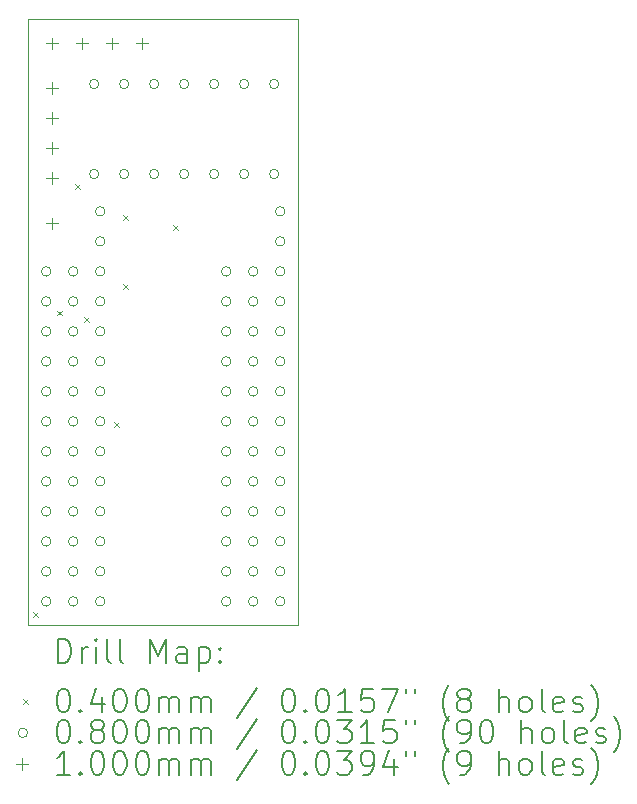
<source format=gbr>
%FSLAX45Y45*%
G04 Gerber Fmt 4.5, Leading zero omitted, Abs format (unit mm)*
G04 Created by KiCad (PCBNEW (6.0.5)) date 2023-10-24 21:01:00*
%MOMM*%
%LPD*%
G01*
G04 APERTURE LIST*
%TA.AperFunction,Profile*%
%ADD10C,0.100000*%
%TD*%
%ADD11C,0.200000*%
%ADD12C,0.040000*%
%ADD13C,0.080000*%
%ADD14C,0.100000*%
G04 APERTURE END LIST*
D10*
X10490200Y-6299200D02*
X12776200Y-6299200D01*
X12776200Y-6299200D02*
X12776200Y-11430000D01*
X12776200Y-11430000D02*
X10490200Y-11430000D01*
X10490200Y-11430000D02*
X10490200Y-6299200D01*
D11*
D12*
X10533340Y-11317770D02*
X10573340Y-11357770D01*
X10573340Y-11317770D02*
X10533340Y-11357770D01*
X10736900Y-8765520D02*
X10776900Y-8805520D01*
X10776900Y-8765520D02*
X10736900Y-8805520D01*
X10887260Y-7694700D02*
X10927260Y-7734700D01*
X10927260Y-7694700D02*
X10887260Y-7734700D01*
X10965750Y-8822060D02*
X11005750Y-8862060D01*
X11005750Y-8822060D02*
X10965750Y-8862060D01*
X11220740Y-9705860D02*
X11260740Y-9745860D01*
X11260740Y-9705860D02*
X11220740Y-9745860D01*
X11293820Y-7957950D02*
X11333820Y-7997950D01*
X11333820Y-7957950D02*
X11293820Y-7997950D01*
X11293820Y-8542500D02*
X11333820Y-8582500D01*
X11333820Y-8542500D02*
X11293820Y-8582500D01*
X11716520Y-8039350D02*
X11756520Y-8079350D01*
X11756520Y-8039350D02*
X11716520Y-8079350D01*
D13*
X10682600Y-8432800D02*
G75*
G03*
X10682600Y-8432800I-40000J0D01*
G01*
X10682600Y-8686800D02*
G75*
G03*
X10682600Y-8686800I-40000J0D01*
G01*
X10682600Y-8940800D02*
G75*
G03*
X10682600Y-8940800I-40000J0D01*
G01*
X10682600Y-9194800D02*
G75*
G03*
X10682600Y-9194800I-40000J0D01*
G01*
X10682600Y-9448800D02*
G75*
G03*
X10682600Y-9448800I-40000J0D01*
G01*
X10682600Y-9702800D02*
G75*
G03*
X10682600Y-9702800I-40000J0D01*
G01*
X10682600Y-9956800D02*
G75*
G03*
X10682600Y-9956800I-40000J0D01*
G01*
X10682600Y-10210800D02*
G75*
G03*
X10682600Y-10210800I-40000J0D01*
G01*
X10682600Y-10464800D02*
G75*
G03*
X10682600Y-10464800I-40000J0D01*
G01*
X10682600Y-10718800D02*
G75*
G03*
X10682600Y-10718800I-40000J0D01*
G01*
X10682600Y-10972800D02*
G75*
G03*
X10682600Y-10972800I-40000J0D01*
G01*
X10682600Y-11226800D02*
G75*
G03*
X10682600Y-11226800I-40000J0D01*
G01*
X10911200Y-8432800D02*
G75*
G03*
X10911200Y-8432800I-40000J0D01*
G01*
X10911200Y-8686800D02*
G75*
G03*
X10911200Y-8686800I-40000J0D01*
G01*
X10911200Y-8940800D02*
G75*
G03*
X10911200Y-8940800I-40000J0D01*
G01*
X10911200Y-9194800D02*
G75*
G03*
X10911200Y-9194800I-40000J0D01*
G01*
X10911200Y-9448800D02*
G75*
G03*
X10911200Y-9448800I-40000J0D01*
G01*
X10911200Y-9702800D02*
G75*
G03*
X10911200Y-9702800I-40000J0D01*
G01*
X10911200Y-9956800D02*
G75*
G03*
X10911200Y-9956800I-40000J0D01*
G01*
X10911200Y-10210800D02*
G75*
G03*
X10911200Y-10210800I-40000J0D01*
G01*
X10911200Y-10464800D02*
G75*
G03*
X10911200Y-10464800I-40000J0D01*
G01*
X10911200Y-10718800D02*
G75*
G03*
X10911200Y-10718800I-40000J0D01*
G01*
X10911200Y-10972800D02*
G75*
G03*
X10911200Y-10972800I-40000J0D01*
G01*
X10911200Y-11226800D02*
G75*
G03*
X10911200Y-11226800I-40000J0D01*
G01*
X11089000Y-6845300D02*
G75*
G03*
X11089000Y-6845300I-40000J0D01*
G01*
X11089000Y-7607300D02*
G75*
G03*
X11089000Y-7607300I-40000J0D01*
G01*
X11140300Y-7923800D02*
G75*
G03*
X11140300Y-7923800I-40000J0D01*
G01*
X11140300Y-8177800D02*
G75*
G03*
X11140300Y-8177800I-40000J0D01*
G01*
X11140300Y-8431800D02*
G75*
G03*
X11140300Y-8431800I-40000J0D01*
G01*
X11140300Y-8685800D02*
G75*
G03*
X11140300Y-8685800I-40000J0D01*
G01*
X11140300Y-8939800D02*
G75*
G03*
X11140300Y-8939800I-40000J0D01*
G01*
X11140300Y-9193800D02*
G75*
G03*
X11140300Y-9193800I-40000J0D01*
G01*
X11140300Y-9447800D02*
G75*
G03*
X11140300Y-9447800I-40000J0D01*
G01*
X11140300Y-9701800D02*
G75*
G03*
X11140300Y-9701800I-40000J0D01*
G01*
X11140300Y-9955800D02*
G75*
G03*
X11140300Y-9955800I-40000J0D01*
G01*
X11140300Y-10209800D02*
G75*
G03*
X11140300Y-10209800I-40000J0D01*
G01*
X11140300Y-10463800D02*
G75*
G03*
X11140300Y-10463800I-40000J0D01*
G01*
X11140300Y-10717800D02*
G75*
G03*
X11140300Y-10717800I-40000J0D01*
G01*
X11140300Y-10971800D02*
G75*
G03*
X11140300Y-10971800I-40000J0D01*
G01*
X11140300Y-11225800D02*
G75*
G03*
X11140300Y-11225800I-40000J0D01*
G01*
X11343000Y-6845300D02*
G75*
G03*
X11343000Y-6845300I-40000J0D01*
G01*
X11343000Y-7607300D02*
G75*
G03*
X11343000Y-7607300I-40000J0D01*
G01*
X11597000Y-6845300D02*
G75*
G03*
X11597000Y-6845300I-40000J0D01*
G01*
X11597000Y-7607300D02*
G75*
G03*
X11597000Y-7607300I-40000J0D01*
G01*
X11851000Y-6845300D02*
G75*
G03*
X11851000Y-6845300I-40000J0D01*
G01*
X11851000Y-7607300D02*
G75*
G03*
X11851000Y-7607300I-40000J0D01*
G01*
X12105000Y-6845300D02*
G75*
G03*
X12105000Y-6845300I-40000J0D01*
G01*
X12105000Y-7607300D02*
G75*
G03*
X12105000Y-7607300I-40000J0D01*
G01*
X12206600Y-8432800D02*
G75*
G03*
X12206600Y-8432800I-40000J0D01*
G01*
X12206600Y-8686800D02*
G75*
G03*
X12206600Y-8686800I-40000J0D01*
G01*
X12206600Y-8940800D02*
G75*
G03*
X12206600Y-8940800I-40000J0D01*
G01*
X12206600Y-9194800D02*
G75*
G03*
X12206600Y-9194800I-40000J0D01*
G01*
X12206600Y-9448800D02*
G75*
G03*
X12206600Y-9448800I-40000J0D01*
G01*
X12206600Y-9702800D02*
G75*
G03*
X12206600Y-9702800I-40000J0D01*
G01*
X12206600Y-9956800D02*
G75*
G03*
X12206600Y-9956800I-40000J0D01*
G01*
X12206600Y-10210800D02*
G75*
G03*
X12206600Y-10210800I-40000J0D01*
G01*
X12206600Y-10464800D02*
G75*
G03*
X12206600Y-10464800I-40000J0D01*
G01*
X12206600Y-10718800D02*
G75*
G03*
X12206600Y-10718800I-40000J0D01*
G01*
X12206600Y-10972800D02*
G75*
G03*
X12206600Y-10972800I-40000J0D01*
G01*
X12206600Y-11226800D02*
G75*
G03*
X12206600Y-11226800I-40000J0D01*
G01*
X12359000Y-6845300D02*
G75*
G03*
X12359000Y-6845300I-40000J0D01*
G01*
X12359000Y-7607300D02*
G75*
G03*
X12359000Y-7607300I-40000J0D01*
G01*
X12435200Y-8432800D02*
G75*
G03*
X12435200Y-8432800I-40000J0D01*
G01*
X12435200Y-8686800D02*
G75*
G03*
X12435200Y-8686800I-40000J0D01*
G01*
X12435200Y-8940800D02*
G75*
G03*
X12435200Y-8940800I-40000J0D01*
G01*
X12435200Y-9194800D02*
G75*
G03*
X12435200Y-9194800I-40000J0D01*
G01*
X12435200Y-9448800D02*
G75*
G03*
X12435200Y-9448800I-40000J0D01*
G01*
X12435200Y-9702800D02*
G75*
G03*
X12435200Y-9702800I-40000J0D01*
G01*
X12435200Y-9956800D02*
G75*
G03*
X12435200Y-9956800I-40000J0D01*
G01*
X12435200Y-10210800D02*
G75*
G03*
X12435200Y-10210800I-40000J0D01*
G01*
X12435200Y-10464800D02*
G75*
G03*
X12435200Y-10464800I-40000J0D01*
G01*
X12435200Y-10718800D02*
G75*
G03*
X12435200Y-10718800I-40000J0D01*
G01*
X12435200Y-10972800D02*
G75*
G03*
X12435200Y-10972800I-40000J0D01*
G01*
X12435200Y-11226800D02*
G75*
G03*
X12435200Y-11226800I-40000J0D01*
G01*
X12613000Y-6845300D02*
G75*
G03*
X12613000Y-6845300I-40000J0D01*
G01*
X12613000Y-7607300D02*
G75*
G03*
X12613000Y-7607300I-40000J0D01*
G01*
X12664300Y-7923800D02*
G75*
G03*
X12664300Y-7923800I-40000J0D01*
G01*
X12664300Y-8177800D02*
G75*
G03*
X12664300Y-8177800I-40000J0D01*
G01*
X12664300Y-8431800D02*
G75*
G03*
X12664300Y-8431800I-40000J0D01*
G01*
X12664300Y-8685800D02*
G75*
G03*
X12664300Y-8685800I-40000J0D01*
G01*
X12664300Y-8939800D02*
G75*
G03*
X12664300Y-8939800I-40000J0D01*
G01*
X12664300Y-9193800D02*
G75*
G03*
X12664300Y-9193800I-40000J0D01*
G01*
X12664300Y-9447800D02*
G75*
G03*
X12664300Y-9447800I-40000J0D01*
G01*
X12664300Y-9701800D02*
G75*
G03*
X12664300Y-9701800I-40000J0D01*
G01*
X12664300Y-9955800D02*
G75*
G03*
X12664300Y-9955800I-40000J0D01*
G01*
X12664300Y-10209800D02*
G75*
G03*
X12664300Y-10209800I-40000J0D01*
G01*
X12664300Y-10463800D02*
G75*
G03*
X12664300Y-10463800I-40000J0D01*
G01*
X12664300Y-10717800D02*
G75*
G03*
X12664300Y-10717800I-40000J0D01*
G01*
X12664300Y-10971800D02*
G75*
G03*
X12664300Y-10971800I-40000J0D01*
G01*
X12664300Y-11225800D02*
G75*
G03*
X12664300Y-11225800I-40000J0D01*
G01*
D14*
X10693400Y-6832400D02*
X10693400Y-6932400D01*
X10643400Y-6882400D02*
X10743400Y-6882400D01*
X10693400Y-7086400D02*
X10693400Y-7186400D01*
X10643400Y-7136400D02*
X10743400Y-7136400D01*
X10693400Y-7340400D02*
X10693400Y-7440400D01*
X10643400Y-7390400D02*
X10743400Y-7390400D01*
X10693400Y-7594400D02*
X10693400Y-7694400D01*
X10643400Y-7644400D02*
X10743400Y-7644400D01*
X10693400Y-7976400D02*
X10693400Y-8076400D01*
X10643400Y-8026400D02*
X10743400Y-8026400D01*
X10694400Y-6452400D02*
X10694400Y-6552400D01*
X10644400Y-6502400D02*
X10744400Y-6502400D01*
X10948400Y-6452400D02*
X10948400Y-6552400D01*
X10898400Y-6502400D02*
X10998400Y-6502400D01*
X11202400Y-6452400D02*
X11202400Y-6552400D01*
X11152400Y-6502400D02*
X11252400Y-6502400D01*
X11456400Y-6452400D02*
X11456400Y-6552400D01*
X11406400Y-6502400D02*
X11506400Y-6502400D01*
D11*
X10742819Y-11745476D02*
X10742819Y-11545476D01*
X10790438Y-11545476D01*
X10819010Y-11555000D01*
X10838057Y-11574048D01*
X10847581Y-11593095D01*
X10857105Y-11631190D01*
X10857105Y-11659762D01*
X10847581Y-11697857D01*
X10838057Y-11716905D01*
X10819010Y-11735952D01*
X10790438Y-11745476D01*
X10742819Y-11745476D01*
X10942819Y-11745476D02*
X10942819Y-11612143D01*
X10942819Y-11650238D02*
X10952343Y-11631190D01*
X10961867Y-11621667D01*
X10980914Y-11612143D01*
X10999962Y-11612143D01*
X11066629Y-11745476D02*
X11066629Y-11612143D01*
X11066629Y-11545476D02*
X11057105Y-11555000D01*
X11066629Y-11564524D01*
X11076152Y-11555000D01*
X11066629Y-11545476D01*
X11066629Y-11564524D01*
X11190438Y-11745476D02*
X11171390Y-11735952D01*
X11161867Y-11716905D01*
X11161867Y-11545476D01*
X11295200Y-11745476D02*
X11276152Y-11735952D01*
X11266628Y-11716905D01*
X11266628Y-11545476D01*
X11523771Y-11745476D02*
X11523771Y-11545476D01*
X11590438Y-11688333D01*
X11657105Y-11545476D01*
X11657105Y-11745476D01*
X11838057Y-11745476D02*
X11838057Y-11640714D01*
X11828533Y-11621667D01*
X11809486Y-11612143D01*
X11771390Y-11612143D01*
X11752343Y-11621667D01*
X11838057Y-11735952D02*
X11819009Y-11745476D01*
X11771390Y-11745476D01*
X11752343Y-11735952D01*
X11742819Y-11716905D01*
X11742819Y-11697857D01*
X11752343Y-11678809D01*
X11771390Y-11669286D01*
X11819009Y-11669286D01*
X11838057Y-11659762D01*
X11933295Y-11612143D02*
X11933295Y-11812143D01*
X11933295Y-11621667D02*
X11952343Y-11612143D01*
X11990438Y-11612143D01*
X12009486Y-11621667D01*
X12019009Y-11631190D01*
X12028533Y-11650238D01*
X12028533Y-11707381D01*
X12019009Y-11726428D01*
X12009486Y-11735952D01*
X11990438Y-11745476D01*
X11952343Y-11745476D01*
X11933295Y-11735952D01*
X12114248Y-11726428D02*
X12123771Y-11735952D01*
X12114248Y-11745476D01*
X12104724Y-11735952D01*
X12114248Y-11726428D01*
X12114248Y-11745476D01*
X12114248Y-11621667D02*
X12123771Y-11631190D01*
X12114248Y-11640714D01*
X12104724Y-11631190D01*
X12114248Y-11621667D01*
X12114248Y-11640714D01*
D12*
X10445200Y-12055000D02*
X10485200Y-12095000D01*
X10485200Y-12055000D02*
X10445200Y-12095000D01*
D11*
X10780914Y-11965476D02*
X10799962Y-11965476D01*
X10819010Y-11975000D01*
X10828533Y-11984524D01*
X10838057Y-12003571D01*
X10847581Y-12041667D01*
X10847581Y-12089286D01*
X10838057Y-12127381D01*
X10828533Y-12146428D01*
X10819010Y-12155952D01*
X10799962Y-12165476D01*
X10780914Y-12165476D01*
X10761867Y-12155952D01*
X10752343Y-12146428D01*
X10742819Y-12127381D01*
X10733295Y-12089286D01*
X10733295Y-12041667D01*
X10742819Y-12003571D01*
X10752343Y-11984524D01*
X10761867Y-11975000D01*
X10780914Y-11965476D01*
X10933295Y-12146428D02*
X10942819Y-12155952D01*
X10933295Y-12165476D01*
X10923771Y-12155952D01*
X10933295Y-12146428D01*
X10933295Y-12165476D01*
X11114248Y-12032143D02*
X11114248Y-12165476D01*
X11066629Y-11955952D02*
X11019010Y-12098809D01*
X11142819Y-12098809D01*
X11257105Y-11965476D02*
X11276152Y-11965476D01*
X11295200Y-11975000D01*
X11304724Y-11984524D01*
X11314248Y-12003571D01*
X11323771Y-12041667D01*
X11323771Y-12089286D01*
X11314248Y-12127381D01*
X11304724Y-12146428D01*
X11295200Y-12155952D01*
X11276152Y-12165476D01*
X11257105Y-12165476D01*
X11238057Y-12155952D01*
X11228533Y-12146428D01*
X11219009Y-12127381D01*
X11209486Y-12089286D01*
X11209486Y-12041667D01*
X11219009Y-12003571D01*
X11228533Y-11984524D01*
X11238057Y-11975000D01*
X11257105Y-11965476D01*
X11447581Y-11965476D02*
X11466628Y-11965476D01*
X11485676Y-11975000D01*
X11495200Y-11984524D01*
X11504724Y-12003571D01*
X11514248Y-12041667D01*
X11514248Y-12089286D01*
X11504724Y-12127381D01*
X11495200Y-12146428D01*
X11485676Y-12155952D01*
X11466628Y-12165476D01*
X11447581Y-12165476D01*
X11428533Y-12155952D01*
X11419009Y-12146428D01*
X11409486Y-12127381D01*
X11399962Y-12089286D01*
X11399962Y-12041667D01*
X11409486Y-12003571D01*
X11419009Y-11984524D01*
X11428533Y-11975000D01*
X11447581Y-11965476D01*
X11599962Y-12165476D02*
X11599962Y-12032143D01*
X11599962Y-12051190D02*
X11609486Y-12041667D01*
X11628533Y-12032143D01*
X11657105Y-12032143D01*
X11676152Y-12041667D01*
X11685676Y-12060714D01*
X11685676Y-12165476D01*
X11685676Y-12060714D02*
X11695200Y-12041667D01*
X11714248Y-12032143D01*
X11742819Y-12032143D01*
X11761867Y-12041667D01*
X11771390Y-12060714D01*
X11771390Y-12165476D01*
X11866628Y-12165476D02*
X11866628Y-12032143D01*
X11866628Y-12051190D02*
X11876152Y-12041667D01*
X11895200Y-12032143D01*
X11923771Y-12032143D01*
X11942819Y-12041667D01*
X11952343Y-12060714D01*
X11952343Y-12165476D01*
X11952343Y-12060714D02*
X11961867Y-12041667D01*
X11980914Y-12032143D01*
X12009486Y-12032143D01*
X12028533Y-12041667D01*
X12038057Y-12060714D01*
X12038057Y-12165476D01*
X12428533Y-11955952D02*
X12257105Y-12213095D01*
X12685676Y-11965476D02*
X12704724Y-11965476D01*
X12723771Y-11975000D01*
X12733295Y-11984524D01*
X12742819Y-12003571D01*
X12752343Y-12041667D01*
X12752343Y-12089286D01*
X12742819Y-12127381D01*
X12733295Y-12146428D01*
X12723771Y-12155952D01*
X12704724Y-12165476D01*
X12685676Y-12165476D01*
X12666628Y-12155952D01*
X12657105Y-12146428D01*
X12647581Y-12127381D01*
X12638057Y-12089286D01*
X12638057Y-12041667D01*
X12647581Y-12003571D01*
X12657105Y-11984524D01*
X12666628Y-11975000D01*
X12685676Y-11965476D01*
X12838057Y-12146428D02*
X12847581Y-12155952D01*
X12838057Y-12165476D01*
X12828533Y-12155952D01*
X12838057Y-12146428D01*
X12838057Y-12165476D01*
X12971390Y-11965476D02*
X12990438Y-11965476D01*
X13009486Y-11975000D01*
X13019009Y-11984524D01*
X13028533Y-12003571D01*
X13038057Y-12041667D01*
X13038057Y-12089286D01*
X13028533Y-12127381D01*
X13019009Y-12146428D01*
X13009486Y-12155952D01*
X12990438Y-12165476D01*
X12971390Y-12165476D01*
X12952343Y-12155952D01*
X12942819Y-12146428D01*
X12933295Y-12127381D01*
X12923771Y-12089286D01*
X12923771Y-12041667D01*
X12933295Y-12003571D01*
X12942819Y-11984524D01*
X12952343Y-11975000D01*
X12971390Y-11965476D01*
X13228533Y-12165476D02*
X13114248Y-12165476D01*
X13171390Y-12165476D02*
X13171390Y-11965476D01*
X13152343Y-11994048D01*
X13133295Y-12013095D01*
X13114248Y-12022619D01*
X13409486Y-11965476D02*
X13314248Y-11965476D01*
X13304724Y-12060714D01*
X13314248Y-12051190D01*
X13333295Y-12041667D01*
X13380914Y-12041667D01*
X13399962Y-12051190D01*
X13409486Y-12060714D01*
X13419009Y-12079762D01*
X13419009Y-12127381D01*
X13409486Y-12146428D01*
X13399962Y-12155952D01*
X13380914Y-12165476D01*
X13333295Y-12165476D01*
X13314248Y-12155952D01*
X13304724Y-12146428D01*
X13485676Y-11965476D02*
X13619009Y-11965476D01*
X13533295Y-12165476D01*
X13685676Y-11965476D02*
X13685676Y-12003571D01*
X13761867Y-11965476D02*
X13761867Y-12003571D01*
X14057105Y-12241667D02*
X14047581Y-12232143D01*
X14028533Y-12203571D01*
X14019009Y-12184524D01*
X14009486Y-12155952D01*
X13999962Y-12108333D01*
X13999962Y-12070238D01*
X14009486Y-12022619D01*
X14019009Y-11994048D01*
X14028533Y-11975000D01*
X14047581Y-11946428D01*
X14057105Y-11936905D01*
X14161867Y-12051190D02*
X14142819Y-12041667D01*
X14133295Y-12032143D01*
X14123771Y-12013095D01*
X14123771Y-12003571D01*
X14133295Y-11984524D01*
X14142819Y-11975000D01*
X14161867Y-11965476D01*
X14199962Y-11965476D01*
X14219009Y-11975000D01*
X14228533Y-11984524D01*
X14238057Y-12003571D01*
X14238057Y-12013095D01*
X14228533Y-12032143D01*
X14219009Y-12041667D01*
X14199962Y-12051190D01*
X14161867Y-12051190D01*
X14142819Y-12060714D01*
X14133295Y-12070238D01*
X14123771Y-12089286D01*
X14123771Y-12127381D01*
X14133295Y-12146428D01*
X14142819Y-12155952D01*
X14161867Y-12165476D01*
X14199962Y-12165476D01*
X14219009Y-12155952D01*
X14228533Y-12146428D01*
X14238057Y-12127381D01*
X14238057Y-12089286D01*
X14228533Y-12070238D01*
X14219009Y-12060714D01*
X14199962Y-12051190D01*
X14476152Y-12165476D02*
X14476152Y-11965476D01*
X14561867Y-12165476D02*
X14561867Y-12060714D01*
X14552343Y-12041667D01*
X14533295Y-12032143D01*
X14504724Y-12032143D01*
X14485676Y-12041667D01*
X14476152Y-12051190D01*
X14685676Y-12165476D02*
X14666628Y-12155952D01*
X14657105Y-12146428D01*
X14647581Y-12127381D01*
X14647581Y-12070238D01*
X14657105Y-12051190D01*
X14666628Y-12041667D01*
X14685676Y-12032143D01*
X14714248Y-12032143D01*
X14733295Y-12041667D01*
X14742819Y-12051190D01*
X14752343Y-12070238D01*
X14752343Y-12127381D01*
X14742819Y-12146428D01*
X14733295Y-12155952D01*
X14714248Y-12165476D01*
X14685676Y-12165476D01*
X14866628Y-12165476D02*
X14847581Y-12155952D01*
X14838057Y-12136905D01*
X14838057Y-11965476D01*
X15019009Y-12155952D02*
X14999962Y-12165476D01*
X14961867Y-12165476D01*
X14942819Y-12155952D01*
X14933295Y-12136905D01*
X14933295Y-12060714D01*
X14942819Y-12041667D01*
X14961867Y-12032143D01*
X14999962Y-12032143D01*
X15019009Y-12041667D01*
X15028533Y-12060714D01*
X15028533Y-12079762D01*
X14933295Y-12098809D01*
X15104724Y-12155952D02*
X15123771Y-12165476D01*
X15161867Y-12165476D01*
X15180914Y-12155952D01*
X15190438Y-12136905D01*
X15190438Y-12127381D01*
X15180914Y-12108333D01*
X15161867Y-12098809D01*
X15133295Y-12098809D01*
X15114248Y-12089286D01*
X15104724Y-12070238D01*
X15104724Y-12060714D01*
X15114248Y-12041667D01*
X15133295Y-12032143D01*
X15161867Y-12032143D01*
X15180914Y-12041667D01*
X15257105Y-12241667D02*
X15266628Y-12232143D01*
X15285676Y-12203571D01*
X15295200Y-12184524D01*
X15304724Y-12155952D01*
X15314248Y-12108333D01*
X15314248Y-12070238D01*
X15304724Y-12022619D01*
X15295200Y-11994048D01*
X15285676Y-11975000D01*
X15266628Y-11946428D01*
X15257105Y-11936905D01*
D13*
X10485200Y-12339000D02*
G75*
G03*
X10485200Y-12339000I-40000J0D01*
G01*
D11*
X10780914Y-12229476D02*
X10799962Y-12229476D01*
X10819010Y-12239000D01*
X10828533Y-12248524D01*
X10838057Y-12267571D01*
X10847581Y-12305667D01*
X10847581Y-12353286D01*
X10838057Y-12391381D01*
X10828533Y-12410428D01*
X10819010Y-12419952D01*
X10799962Y-12429476D01*
X10780914Y-12429476D01*
X10761867Y-12419952D01*
X10752343Y-12410428D01*
X10742819Y-12391381D01*
X10733295Y-12353286D01*
X10733295Y-12305667D01*
X10742819Y-12267571D01*
X10752343Y-12248524D01*
X10761867Y-12239000D01*
X10780914Y-12229476D01*
X10933295Y-12410428D02*
X10942819Y-12419952D01*
X10933295Y-12429476D01*
X10923771Y-12419952D01*
X10933295Y-12410428D01*
X10933295Y-12429476D01*
X11057105Y-12315190D02*
X11038057Y-12305667D01*
X11028533Y-12296143D01*
X11019010Y-12277095D01*
X11019010Y-12267571D01*
X11028533Y-12248524D01*
X11038057Y-12239000D01*
X11057105Y-12229476D01*
X11095200Y-12229476D01*
X11114248Y-12239000D01*
X11123771Y-12248524D01*
X11133295Y-12267571D01*
X11133295Y-12277095D01*
X11123771Y-12296143D01*
X11114248Y-12305667D01*
X11095200Y-12315190D01*
X11057105Y-12315190D01*
X11038057Y-12324714D01*
X11028533Y-12334238D01*
X11019010Y-12353286D01*
X11019010Y-12391381D01*
X11028533Y-12410428D01*
X11038057Y-12419952D01*
X11057105Y-12429476D01*
X11095200Y-12429476D01*
X11114248Y-12419952D01*
X11123771Y-12410428D01*
X11133295Y-12391381D01*
X11133295Y-12353286D01*
X11123771Y-12334238D01*
X11114248Y-12324714D01*
X11095200Y-12315190D01*
X11257105Y-12229476D02*
X11276152Y-12229476D01*
X11295200Y-12239000D01*
X11304724Y-12248524D01*
X11314248Y-12267571D01*
X11323771Y-12305667D01*
X11323771Y-12353286D01*
X11314248Y-12391381D01*
X11304724Y-12410428D01*
X11295200Y-12419952D01*
X11276152Y-12429476D01*
X11257105Y-12429476D01*
X11238057Y-12419952D01*
X11228533Y-12410428D01*
X11219009Y-12391381D01*
X11209486Y-12353286D01*
X11209486Y-12305667D01*
X11219009Y-12267571D01*
X11228533Y-12248524D01*
X11238057Y-12239000D01*
X11257105Y-12229476D01*
X11447581Y-12229476D02*
X11466628Y-12229476D01*
X11485676Y-12239000D01*
X11495200Y-12248524D01*
X11504724Y-12267571D01*
X11514248Y-12305667D01*
X11514248Y-12353286D01*
X11504724Y-12391381D01*
X11495200Y-12410428D01*
X11485676Y-12419952D01*
X11466628Y-12429476D01*
X11447581Y-12429476D01*
X11428533Y-12419952D01*
X11419009Y-12410428D01*
X11409486Y-12391381D01*
X11399962Y-12353286D01*
X11399962Y-12305667D01*
X11409486Y-12267571D01*
X11419009Y-12248524D01*
X11428533Y-12239000D01*
X11447581Y-12229476D01*
X11599962Y-12429476D02*
X11599962Y-12296143D01*
X11599962Y-12315190D02*
X11609486Y-12305667D01*
X11628533Y-12296143D01*
X11657105Y-12296143D01*
X11676152Y-12305667D01*
X11685676Y-12324714D01*
X11685676Y-12429476D01*
X11685676Y-12324714D02*
X11695200Y-12305667D01*
X11714248Y-12296143D01*
X11742819Y-12296143D01*
X11761867Y-12305667D01*
X11771390Y-12324714D01*
X11771390Y-12429476D01*
X11866628Y-12429476D02*
X11866628Y-12296143D01*
X11866628Y-12315190D02*
X11876152Y-12305667D01*
X11895200Y-12296143D01*
X11923771Y-12296143D01*
X11942819Y-12305667D01*
X11952343Y-12324714D01*
X11952343Y-12429476D01*
X11952343Y-12324714D02*
X11961867Y-12305667D01*
X11980914Y-12296143D01*
X12009486Y-12296143D01*
X12028533Y-12305667D01*
X12038057Y-12324714D01*
X12038057Y-12429476D01*
X12428533Y-12219952D02*
X12257105Y-12477095D01*
X12685676Y-12229476D02*
X12704724Y-12229476D01*
X12723771Y-12239000D01*
X12733295Y-12248524D01*
X12742819Y-12267571D01*
X12752343Y-12305667D01*
X12752343Y-12353286D01*
X12742819Y-12391381D01*
X12733295Y-12410428D01*
X12723771Y-12419952D01*
X12704724Y-12429476D01*
X12685676Y-12429476D01*
X12666628Y-12419952D01*
X12657105Y-12410428D01*
X12647581Y-12391381D01*
X12638057Y-12353286D01*
X12638057Y-12305667D01*
X12647581Y-12267571D01*
X12657105Y-12248524D01*
X12666628Y-12239000D01*
X12685676Y-12229476D01*
X12838057Y-12410428D02*
X12847581Y-12419952D01*
X12838057Y-12429476D01*
X12828533Y-12419952D01*
X12838057Y-12410428D01*
X12838057Y-12429476D01*
X12971390Y-12229476D02*
X12990438Y-12229476D01*
X13009486Y-12239000D01*
X13019009Y-12248524D01*
X13028533Y-12267571D01*
X13038057Y-12305667D01*
X13038057Y-12353286D01*
X13028533Y-12391381D01*
X13019009Y-12410428D01*
X13009486Y-12419952D01*
X12990438Y-12429476D01*
X12971390Y-12429476D01*
X12952343Y-12419952D01*
X12942819Y-12410428D01*
X12933295Y-12391381D01*
X12923771Y-12353286D01*
X12923771Y-12305667D01*
X12933295Y-12267571D01*
X12942819Y-12248524D01*
X12952343Y-12239000D01*
X12971390Y-12229476D01*
X13104724Y-12229476D02*
X13228533Y-12229476D01*
X13161867Y-12305667D01*
X13190438Y-12305667D01*
X13209486Y-12315190D01*
X13219009Y-12324714D01*
X13228533Y-12343762D01*
X13228533Y-12391381D01*
X13219009Y-12410428D01*
X13209486Y-12419952D01*
X13190438Y-12429476D01*
X13133295Y-12429476D01*
X13114248Y-12419952D01*
X13104724Y-12410428D01*
X13419009Y-12429476D02*
X13304724Y-12429476D01*
X13361867Y-12429476D02*
X13361867Y-12229476D01*
X13342819Y-12258048D01*
X13323771Y-12277095D01*
X13304724Y-12286619D01*
X13599962Y-12229476D02*
X13504724Y-12229476D01*
X13495200Y-12324714D01*
X13504724Y-12315190D01*
X13523771Y-12305667D01*
X13571390Y-12305667D01*
X13590438Y-12315190D01*
X13599962Y-12324714D01*
X13609486Y-12343762D01*
X13609486Y-12391381D01*
X13599962Y-12410428D01*
X13590438Y-12419952D01*
X13571390Y-12429476D01*
X13523771Y-12429476D01*
X13504724Y-12419952D01*
X13495200Y-12410428D01*
X13685676Y-12229476D02*
X13685676Y-12267571D01*
X13761867Y-12229476D02*
X13761867Y-12267571D01*
X14057105Y-12505667D02*
X14047581Y-12496143D01*
X14028533Y-12467571D01*
X14019009Y-12448524D01*
X14009486Y-12419952D01*
X13999962Y-12372333D01*
X13999962Y-12334238D01*
X14009486Y-12286619D01*
X14019009Y-12258048D01*
X14028533Y-12239000D01*
X14047581Y-12210428D01*
X14057105Y-12200905D01*
X14142819Y-12429476D02*
X14180914Y-12429476D01*
X14199962Y-12419952D01*
X14209486Y-12410428D01*
X14228533Y-12381857D01*
X14238057Y-12343762D01*
X14238057Y-12267571D01*
X14228533Y-12248524D01*
X14219009Y-12239000D01*
X14199962Y-12229476D01*
X14161867Y-12229476D01*
X14142819Y-12239000D01*
X14133295Y-12248524D01*
X14123771Y-12267571D01*
X14123771Y-12315190D01*
X14133295Y-12334238D01*
X14142819Y-12343762D01*
X14161867Y-12353286D01*
X14199962Y-12353286D01*
X14219009Y-12343762D01*
X14228533Y-12334238D01*
X14238057Y-12315190D01*
X14361867Y-12229476D02*
X14380914Y-12229476D01*
X14399962Y-12239000D01*
X14409486Y-12248524D01*
X14419009Y-12267571D01*
X14428533Y-12305667D01*
X14428533Y-12353286D01*
X14419009Y-12391381D01*
X14409486Y-12410428D01*
X14399962Y-12419952D01*
X14380914Y-12429476D01*
X14361867Y-12429476D01*
X14342819Y-12419952D01*
X14333295Y-12410428D01*
X14323771Y-12391381D01*
X14314248Y-12353286D01*
X14314248Y-12305667D01*
X14323771Y-12267571D01*
X14333295Y-12248524D01*
X14342819Y-12239000D01*
X14361867Y-12229476D01*
X14666628Y-12429476D02*
X14666628Y-12229476D01*
X14752343Y-12429476D02*
X14752343Y-12324714D01*
X14742819Y-12305667D01*
X14723771Y-12296143D01*
X14695200Y-12296143D01*
X14676152Y-12305667D01*
X14666628Y-12315190D01*
X14876152Y-12429476D02*
X14857105Y-12419952D01*
X14847581Y-12410428D01*
X14838057Y-12391381D01*
X14838057Y-12334238D01*
X14847581Y-12315190D01*
X14857105Y-12305667D01*
X14876152Y-12296143D01*
X14904724Y-12296143D01*
X14923771Y-12305667D01*
X14933295Y-12315190D01*
X14942819Y-12334238D01*
X14942819Y-12391381D01*
X14933295Y-12410428D01*
X14923771Y-12419952D01*
X14904724Y-12429476D01*
X14876152Y-12429476D01*
X15057105Y-12429476D02*
X15038057Y-12419952D01*
X15028533Y-12400905D01*
X15028533Y-12229476D01*
X15209486Y-12419952D02*
X15190438Y-12429476D01*
X15152343Y-12429476D01*
X15133295Y-12419952D01*
X15123771Y-12400905D01*
X15123771Y-12324714D01*
X15133295Y-12305667D01*
X15152343Y-12296143D01*
X15190438Y-12296143D01*
X15209486Y-12305667D01*
X15219009Y-12324714D01*
X15219009Y-12343762D01*
X15123771Y-12362809D01*
X15295200Y-12419952D02*
X15314248Y-12429476D01*
X15352343Y-12429476D01*
X15371390Y-12419952D01*
X15380914Y-12400905D01*
X15380914Y-12391381D01*
X15371390Y-12372333D01*
X15352343Y-12362809D01*
X15323771Y-12362809D01*
X15304724Y-12353286D01*
X15295200Y-12334238D01*
X15295200Y-12324714D01*
X15304724Y-12305667D01*
X15323771Y-12296143D01*
X15352343Y-12296143D01*
X15371390Y-12305667D01*
X15447581Y-12505667D02*
X15457105Y-12496143D01*
X15476152Y-12467571D01*
X15485676Y-12448524D01*
X15495200Y-12419952D01*
X15504724Y-12372333D01*
X15504724Y-12334238D01*
X15495200Y-12286619D01*
X15485676Y-12258048D01*
X15476152Y-12239000D01*
X15457105Y-12210428D01*
X15447581Y-12200905D01*
D14*
X10435200Y-12553000D02*
X10435200Y-12653000D01*
X10385200Y-12603000D02*
X10485200Y-12603000D01*
D11*
X10847581Y-12693476D02*
X10733295Y-12693476D01*
X10790438Y-12693476D02*
X10790438Y-12493476D01*
X10771390Y-12522048D01*
X10752343Y-12541095D01*
X10733295Y-12550619D01*
X10933295Y-12674428D02*
X10942819Y-12683952D01*
X10933295Y-12693476D01*
X10923771Y-12683952D01*
X10933295Y-12674428D01*
X10933295Y-12693476D01*
X11066629Y-12493476D02*
X11085676Y-12493476D01*
X11104724Y-12503000D01*
X11114248Y-12512524D01*
X11123771Y-12531571D01*
X11133295Y-12569667D01*
X11133295Y-12617286D01*
X11123771Y-12655381D01*
X11114248Y-12674428D01*
X11104724Y-12683952D01*
X11085676Y-12693476D01*
X11066629Y-12693476D01*
X11047581Y-12683952D01*
X11038057Y-12674428D01*
X11028533Y-12655381D01*
X11019010Y-12617286D01*
X11019010Y-12569667D01*
X11028533Y-12531571D01*
X11038057Y-12512524D01*
X11047581Y-12503000D01*
X11066629Y-12493476D01*
X11257105Y-12493476D02*
X11276152Y-12493476D01*
X11295200Y-12503000D01*
X11304724Y-12512524D01*
X11314248Y-12531571D01*
X11323771Y-12569667D01*
X11323771Y-12617286D01*
X11314248Y-12655381D01*
X11304724Y-12674428D01*
X11295200Y-12683952D01*
X11276152Y-12693476D01*
X11257105Y-12693476D01*
X11238057Y-12683952D01*
X11228533Y-12674428D01*
X11219009Y-12655381D01*
X11209486Y-12617286D01*
X11209486Y-12569667D01*
X11219009Y-12531571D01*
X11228533Y-12512524D01*
X11238057Y-12503000D01*
X11257105Y-12493476D01*
X11447581Y-12493476D02*
X11466628Y-12493476D01*
X11485676Y-12503000D01*
X11495200Y-12512524D01*
X11504724Y-12531571D01*
X11514248Y-12569667D01*
X11514248Y-12617286D01*
X11504724Y-12655381D01*
X11495200Y-12674428D01*
X11485676Y-12683952D01*
X11466628Y-12693476D01*
X11447581Y-12693476D01*
X11428533Y-12683952D01*
X11419009Y-12674428D01*
X11409486Y-12655381D01*
X11399962Y-12617286D01*
X11399962Y-12569667D01*
X11409486Y-12531571D01*
X11419009Y-12512524D01*
X11428533Y-12503000D01*
X11447581Y-12493476D01*
X11599962Y-12693476D02*
X11599962Y-12560143D01*
X11599962Y-12579190D02*
X11609486Y-12569667D01*
X11628533Y-12560143D01*
X11657105Y-12560143D01*
X11676152Y-12569667D01*
X11685676Y-12588714D01*
X11685676Y-12693476D01*
X11685676Y-12588714D02*
X11695200Y-12569667D01*
X11714248Y-12560143D01*
X11742819Y-12560143D01*
X11761867Y-12569667D01*
X11771390Y-12588714D01*
X11771390Y-12693476D01*
X11866628Y-12693476D02*
X11866628Y-12560143D01*
X11866628Y-12579190D02*
X11876152Y-12569667D01*
X11895200Y-12560143D01*
X11923771Y-12560143D01*
X11942819Y-12569667D01*
X11952343Y-12588714D01*
X11952343Y-12693476D01*
X11952343Y-12588714D02*
X11961867Y-12569667D01*
X11980914Y-12560143D01*
X12009486Y-12560143D01*
X12028533Y-12569667D01*
X12038057Y-12588714D01*
X12038057Y-12693476D01*
X12428533Y-12483952D02*
X12257105Y-12741095D01*
X12685676Y-12493476D02*
X12704724Y-12493476D01*
X12723771Y-12503000D01*
X12733295Y-12512524D01*
X12742819Y-12531571D01*
X12752343Y-12569667D01*
X12752343Y-12617286D01*
X12742819Y-12655381D01*
X12733295Y-12674428D01*
X12723771Y-12683952D01*
X12704724Y-12693476D01*
X12685676Y-12693476D01*
X12666628Y-12683952D01*
X12657105Y-12674428D01*
X12647581Y-12655381D01*
X12638057Y-12617286D01*
X12638057Y-12569667D01*
X12647581Y-12531571D01*
X12657105Y-12512524D01*
X12666628Y-12503000D01*
X12685676Y-12493476D01*
X12838057Y-12674428D02*
X12847581Y-12683952D01*
X12838057Y-12693476D01*
X12828533Y-12683952D01*
X12838057Y-12674428D01*
X12838057Y-12693476D01*
X12971390Y-12493476D02*
X12990438Y-12493476D01*
X13009486Y-12503000D01*
X13019009Y-12512524D01*
X13028533Y-12531571D01*
X13038057Y-12569667D01*
X13038057Y-12617286D01*
X13028533Y-12655381D01*
X13019009Y-12674428D01*
X13009486Y-12683952D01*
X12990438Y-12693476D01*
X12971390Y-12693476D01*
X12952343Y-12683952D01*
X12942819Y-12674428D01*
X12933295Y-12655381D01*
X12923771Y-12617286D01*
X12923771Y-12569667D01*
X12933295Y-12531571D01*
X12942819Y-12512524D01*
X12952343Y-12503000D01*
X12971390Y-12493476D01*
X13104724Y-12493476D02*
X13228533Y-12493476D01*
X13161867Y-12569667D01*
X13190438Y-12569667D01*
X13209486Y-12579190D01*
X13219009Y-12588714D01*
X13228533Y-12607762D01*
X13228533Y-12655381D01*
X13219009Y-12674428D01*
X13209486Y-12683952D01*
X13190438Y-12693476D01*
X13133295Y-12693476D01*
X13114248Y-12683952D01*
X13104724Y-12674428D01*
X13323771Y-12693476D02*
X13361867Y-12693476D01*
X13380914Y-12683952D01*
X13390438Y-12674428D01*
X13409486Y-12645857D01*
X13419009Y-12607762D01*
X13419009Y-12531571D01*
X13409486Y-12512524D01*
X13399962Y-12503000D01*
X13380914Y-12493476D01*
X13342819Y-12493476D01*
X13323771Y-12503000D01*
X13314248Y-12512524D01*
X13304724Y-12531571D01*
X13304724Y-12579190D01*
X13314248Y-12598238D01*
X13323771Y-12607762D01*
X13342819Y-12617286D01*
X13380914Y-12617286D01*
X13399962Y-12607762D01*
X13409486Y-12598238D01*
X13419009Y-12579190D01*
X13590438Y-12560143D02*
X13590438Y-12693476D01*
X13542819Y-12483952D02*
X13495200Y-12626809D01*
X13619009Y-12626809D01*
X13685676Y-12493476D02*
X13685676Y-12531571D01*
X13761867Y-12493476D02*
X13761867Y-12531571D01*
X14057105Y-12769667D02*
X14047581Y-12760143D01*
X14028533Y-12731571D01*
X14019009Y-12712524D01*
X14009486Y-12683952D01*
X13999962Y-12636333D01*
X13999962Y-12598238D01*
X14009486Y-12550619D01*
X14019009Y-12522048D01*
X14028533Y-12503000D01*
X14047581Y-12474428D01*
X14057105Y-12464905D01*
X14142819Y-12693476D02*
X14180914Y-12693476D01*
X14199962Y-12683952D01*
X14209486Y-12674428D01*
X14228533Y-12645857D01*
X14238057Y-12607762D01*
X14238057Y-12531571D01*
X14228533Y-12512524D01*
X14219009Y-12503000D01*
X14199962Y-12493476D01*
X14161867Y-12493476D01*
X14142819Y-12503000D01*
X14133295Y-12512524D01*
X14123771Y-12531571D01*
X14123771Y-12579190D01*
X14133295Y-12598238D01*
X14142819Y-12607762D01*
X14161867Y-12617286D01*
X14199962Y-12617286D01*
X14219009Y-12607762D01*
X14228533Y-12598238D01*
X14238057Y-12579190D01*
X14476152Y-12693476D02*
X14476152Y-12493476D01*
X14561867Y-12693476D02*
X14561867Y-12588714D01*
X14552343Y-12569667D01*
X14533295Y-12560143D01*
X14504724Y-12560143D01*
X14485676Y-12569667D01*
X14476152Y-12579190D01*
X14685676Y-12693476D02*
X14666628Y-12683952D01*
X14657105Y-12674428D01*
X14647581Y-12655381D01*
X14647581Y-12598238D01*
X14657105Y-12579190D01*
X14666628Y-12569667D01*
X14685676Y-12560143D01*
X14714248Y-12560143D01*
X14733295Y-12569667D01*
X14742819Y-12579190D01*
X14752343Y-12598238D01*
X14752343Y-12655381D01*
X14742819Y-12674428D01*
X14733295Y-12683952D01*
X14714248Y-12693476D01*
X14685676Y-12693476D01*
X14866628Y-12693476D02*
X14847581Y-12683952D01*
X14838057Y-12664905D01*
X14838057Y-12493476D01*
X15019009Y-12683952D02*
X14999962Y-12693476D01*
X14961867Y-12693476D01*
X14942819Y-12683952D01*
X14933295Y-12664905D01*
X14933295Y-12588714D01*
X14942819Y-12569667D01*
X14961867Y-12560143D01*
X14999962Y-12560143D01*
X15019009Y-12569667D01*
X15028533Y-12588714D01*
X15028533Y-12607762D01*
X14933295Y-12626809D01*
X15104724Y-12683952D02*
X15123771Y-12693476D01*
X15161867Y-12693476D01*
X15180914Y-12683952D01*
X15190438Y-12664905D01*
X15190438Y-12655381D01*
X15180914Y-12636333D01*
X15161867Y-12626809D01*
X15133295Y-12626809D01*
X15114248Y-12617286D01*
X15104724Y-12598238D01*
X15104724Y-12588714D01*
X15114248Y-12569667D01*
X15133295Y-12560143D01*
X15161867Y-12560143D01*
X15180914Y-12569667D01*
X15257105Y-12769667D02*
X15266628Y-12760143D01*
X15285676Y-12731571D01*
X15295200Y-12712524D01*
X15304724Y-12683952D01*
X15314248Y-12636333D01*
X15314248Y-12598238D01*
X15304724Y-12550619D01*
X15295200Y-12522048D01*
X15285676Y-12503000D01*
X15266628Y-12474428D01*
X15257105Y-12464905D01*
M02*

</source>
